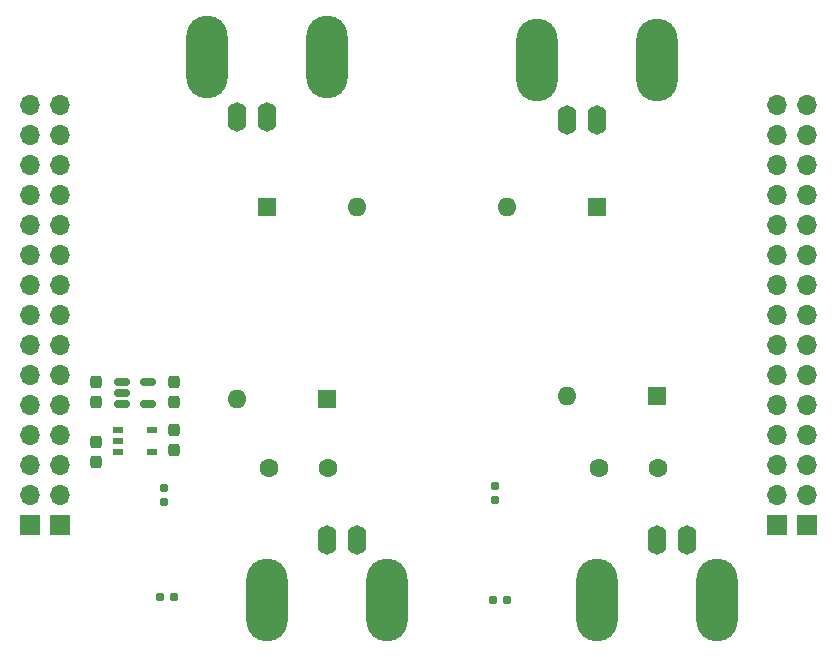
<source format=gbs>
G04 #@! TF.GenerationSoftware,KiCad,Pcbnew,7.0.7*
G04 #@! TF.CreationDate,2023-10-29T13:55:44+00:00*
G04 #@! TF.ProjectId,AD3 Front End Amplifier,41443320-4672-46f6-9e74-20456e642041,rev?*
G04 #@! TF.SameCoordinates,Original*
G04 #@! TF.FileFunction,Soldermask,Bot*
G04 #@! TF.FilePolarity,Negative*
%FSLAX46Y46*%
G04 Gerber Fmt 4.6, Leading zero omitted, Abs format (unit mm)*
G04 Created by KiCad (PCBNEW 7.0.7) date 2023-10-29 13:55:44*
%MOMM*%
%LPD*%
G01*
G04 APERTURE LIST*
G04 Aperture macros list*
%AMRoundRect*
0 Rectangle with rounded corners*
0 $1 Rounding radius*
0 $2 $3 $4 $5 $6 $7 $8 $9 X,Y pos of 4 corners*
0 Add a 4 corners polygon primitive as box body*
4,1,4,$2,$3,$4,$5,$6,$7,$8,$9,$2,$3,0*
0 Add four circle primitives for the rounded corners*
1,1,$1+$1,$2,$3*
1,1,$1+$1,$4,$5*
1,1,$1+$1,$6,$7*
1,1,$1+$1,$8,$9*
0 Add four rect primitives between the rounded corners*
20,1,$1+$1,$2,$3,$4,$5,0*
20,1,$1+$1,$4,$5,$6,$7,0*
20,1,$1+$1,$6,$7,$8,$9,0*
20,1,$1+$1,$8,$9,$2,$3,0*%
G04 Aperture macros list end*
%ADD10R,1.700000X1.700000*%
%ADD11O,1.700000X1.700000*%
%ADD12RoundRect,0.150000X-0.512500X-0.150000X0.512500X-0.150000X0.512500X0.150000X-0.512500X0.150000X0*%
%ADD13R,1.600000X1.600000*%
%ADD14O,1.600000X1.600000*%
%ADD15RoundRect,0.160000X-0.197500X-0.160000X0.197500X-0.160000X0.197500X0.160000X-0.197500X0.160000X0*%
%ADD16RoundRect,0.160000X-0.160000X0.197500X-0.160000X-0.197500X0.160000X-0.197500X0.160000X0.197500X0*%
%ADD17O,1.600000X2.500000*%
%ADD18O,3.500000X7.000000*%
%ADD19R,0.900000X0.600000*%
%ADD20RoundRect,0.237500X0.237500X-0.300000X0.237500X0.300000X-0.237500X0.300000X-0.237500X-0.300000X0*%
%ADD21C,1.600000*%
G04 APERTURE END LIST*
D10*
X154938200Y-138425000D03*
D11*
X154938200Y-135885000D03*
X154938200Y-133345000D03*
X154938200Y-130805000D03*
X154938200Y-128265000D03*
X154938200Y-125725000D03*
X154938200Y-123185000D03*
X154938200Y-120645000D03*
X154938200Y-118105000D03*
X154938200Y-115565000D03*
X154938200Y-113025000D03*
X154938200Y-110485000D03*
X154938200Y-107945000D03*
X154938200Y-105405000D03*
X154938200Y-102865000D03*
D10*
X157480000Y-138399600D03*
D11*
X157480000Y-135859600D03*
X157480000Y-133319600D03*
X157480000Y-130779600D03*
X157480000Y-128239600D03*
X157480000Y-125699600D03*
X157480000Y-123159600D03*
X157480000Y-120619600D03*
X157480000Y-118079600D03*
X157480000Y-115539600D03*
X157480000Y-112999600D03*
X157480000Y-110459600D03*
X157480000Y-107919600D03*
X157480000Y-105379600D03*
X157480000Y-102839600D03*
D12*
X99446500Y-128204000D03*
X99446500Y-127254000D03*
X99446500Y-126304000D03*
X101721500Y-126304000D03*
X101721500Y-128204000D03*
D13*
X111760000Y-111506000D03*
D14*
X119380000Y-111506000D03*
D13*
X139700000Y-111506000D03*
D14*
X132080000Y-111506000D03*
X137160000Y-127508000D03*
D13*
X144780000Y-127508000D03*
D14*
X109220000Y-127762000D03*
D13*
X116840000Y-127762000D03*
D15*
X130885000Y-144780000D03*
X132080000Y-144780000D03*
X102691000Y-144526000D03*
X103886000Y-144526000D03*
D16*
X131064000Y-136323000D03*
X131064000Y-135128000D03*
X103002500Y-136487500D03*
X103002500Y-135292500D03*
D11*
X94234000Y-102870000D03*
X94234000Y-105410000D03*
X94234000Y-107950000D03*
X94234000Y-110490000D03*
X94234000Y-113030000D03*
X94234000Y-115570000D03*
X94234000Y-118110000D03*
X94234000Y-120650000D03*
X94234000Y-123190000D03*
X94234000Y-125730000D03*
X94234000Y-128270000D03*
X94234000Y-130810000D03*
X94234000Y-133350000D03*
X94234000Y-135890000D03*
D10*
X94234000Y-138430000D03*
D11*
X91694000Y-102870000D03*
X91694000Y-105410000D03*
X91694000Y-107950000D03*
X91694000Y-110490000D03*
X91694000Y-113030000D03*
X91694000Y-115570000D03*
X91694000Y-118110000D03*
X91694000Y-120650000D03*
X91694000Y-123190000D03*
X91694000Y-125730000D03*
X91694000Y-128270000D03*
X91694000Y-130810000D03*
X91694000Y-133350000D03*
X91694000Y-135890000D03*
D10*
X91694000Y-138430000D03*
D17*
X111760000Y-103886000D03*
D18*
X116840000Y-98806000D03*
X106680000Y-98806000D03*
D17*
X109220000Y-103886000D03*
X139700000Y-104140000D03*
D18*
X144780000Y-99060000D03*
X134620000Y-99060000D03*
D17*
X137160000Y-104140000D03*
X147320000Y-139700000D03*
D18*
X149860000Y-144780000D03*
X139700000Y-144780000D03*
D17*
X144780000Y-139700000D03*
X116840000Y-139700000D03*
D18*
X111760000Y-144780000D03*
X121920000Y-144780000D03*
D17*
X119380000Y-139700000D03*
D19*
X99184000Y-132268000D03*
X99184000Y-131318000D03*
X99184000Y-130368000D03*
X101984000Y-130368000D03*
X101984000Y-132268000D03*
D20*
X103886000Y-132080000D03*
X103886000Y-130355000D03*
X103886000Y-128016000D03*
X103886000Y-126291000D03*
D21*
X144860000Y-133604000D03*
X139860000Y-133604000D03*
X111920000Y-133604000D03*
X116920000Y-133604000D03*
D20*
X97282000Y-128016000D03*
X97282000Y-126291000D03*
X97282000Y-133096000D03*
X97282000Y-131371000D03*
M02*

</source>
